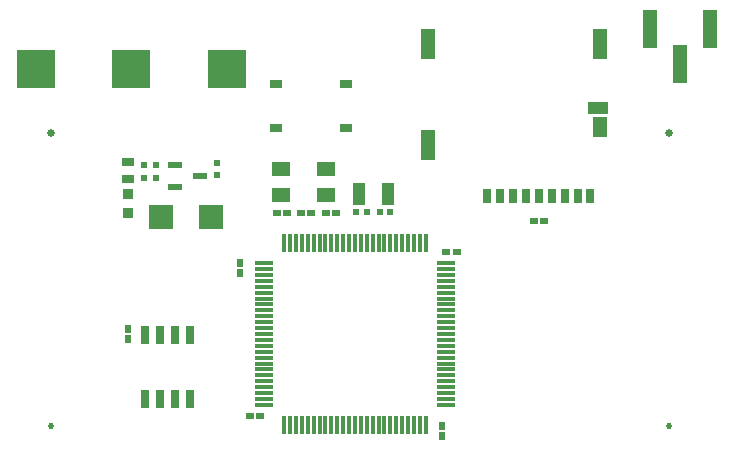
<source format=gbr>
%TF.GenerationSoftware,KiCad,Pcbnew,7.0.2*%
%TF.CreationDate,2023-05-22T10:30:23+03:00*%
%TF.ProjectId,MCU_V1,4d43555f-5631-42e6-9b69-6361645f7063,rev?*%
%TF.SameCoordinates,Original*%
%TF.FileFunction,Soldermask,Top*%
%TF.FilePolarity,Negative*%
%FSLAX46Y46*%
G04 Gerber Fmt 4.6, Leading zero omitted, Abs format (unit mm)*
G04 Created by KiCad (PCBNEW 7.0.2) date 2023-05-22 10:30:23*
%MOMM*%
%LPD*%
G01*
G04 APERTURE LIST*
G04 Aperture macros list*
%AMRoundRect*
0 Rectangle with rounded corners*
0 $1 Rounding radius*
0 $2 $3 $4 $5 $6 $7 $8 $9 X,Y pos of 4 corners*
0 Add a 4 corners polygon primitive as box body*
4,1,4,$2,$3,$4,$5,$6,$7,$8,$9,$2,$3,0*
0 Add four circle primitives for the rounded corners*
1,1,$1+$1,$2,$3*
1,1,$1+$1,$4,$5*
1,1,$1+$1,$6,$7*
1,1,$1+$1,$8,$9*
0 Add four rect primitives between the rounded corners*
20,1,$1+$1,$2,$3,$4,$5,0*
20,1,$1+$1,$4,$5,$6,$7,0*
20,1,$1+$1,$6,$7,$8,$9,0*
20,1,$1+$1,$8,$9,$2,$3,0*%
G04 Aperture macros list end*
%ADD10R,0.475000X0.500000*%
%ADD11R,2.000000X2.000000*%
%ADD12R,1.100000X1.900000*%
%ADD13R,0.620000X0.650000*%
%ADD14R,0.980000X0.780000*%
%ADD15R,1.300000X0.600000*%
%ADD16R,0.650000X0.620000*%
%ADD17R,0.500000X0.475000*%
%ADD18R,0.950000X0.900000*%
%ADD19R,0.620000X0.620000*%
%ADD20R,1.270000X3.250000*%
%ADD21R,1.500000X1.200000*%
%ADD22R,0.800000X1.200000*%
%ADD23R,1.300000X2.500000*%
%ADD24R,1.300000X1.700000*%
%ADD25R,1.700000X1.000000*%
%ADD26R,3.200000X3.200000*%
%ADD27R,0.650000X1.500000*%
%ADD28RoundRect,0.075000X-0.075000X0.725000X-0.075000X-0.725000X0.075000X-0.725000X0.075000X0.725000X0*%
%ADD29RoundRect,0.075000X-0.725000X0.075000X-0.725000X-0.075000X0.725000X-0.075000X0.725000X0.075000X0*%
%ADD30R,1.000000X0.700000*%
%ADD31C,0.525000*%
%ADD32C,0.675000*%
G04 APERTURE END LIST*
D10*
%TO.C,R3*%
X119302000Y-79940000D03*
X118278000Y-79940000D03*
%TD*%
D11*
%TO.C,Z1*%
X119730000Y-83200000D03*
X123930000Y-83200000D03*
%TD*%
D10*
%TO.C,R4*%
X119302000Y-78800000D03*
X118278000Y-78800000D03*
%TD*%
D12*
%TO.C,Y2*%
X136420000Y-81230000D03*
X138920000Y-81230000D03*
%TD*%
D13*
%TO.C,C5*%
X143470000Y-100910000D03*
X143470000Y-101790000D03*
%TD*%
D14*
%TO.C,C11*%
X116920000Y-78560000D03*
X116920000Y-79960000D03*
%TD*%
D15*
%TO.C,Q1*%
X120870000Y-78770000D03*
X120870000Y-80670000D03*
X122970000Y-79720000D03*
%TD*%
D16*
%TO.C,C7*%
X134510000Y-82900000D03*
X133630000Y-82900000D03*
%TD*%
D17*
%TO.C,R1*%
X124470000Y-79662000D03*
X124470000Y-78638000D03*
%TD*%
D18*
%TO.C,R2*%
X116910000Y-81240000D03*
X116910000Y-82840000D03*
%TD*%
D19*
%TO.C,C9*%
X138220000Y-82770000D03*
X139120000Y-82770000D03*
%TD*%
D20*
%TO.C,J3*%
X161070000Y-67325500D03*
X163610000Y-70276500D03*
X166150000Y-67325500D03*
%TD*%
D21*
%TO.C,Y1*%
X129820000Y-81340000D03*
X133620000Y-81340000D03*
X133620000Y-79140000D03*
X129820000Y-79140000D03*
%TD*%
D22*
%TO.C,J1*%
X147300000Y-81460000D03*
X148400000Y-81460000D03*
X149500000Y-81460000D03*
X150600000Y-81460000D03*
X151700000Y-81460000D03*
X152800000Y-81460000D03*
X153900000Y-81460000D03*
X155000000Y-81460000D03*
X156000000Y-81460000D03*
D23*
X142290000Y-77100000D03*
X142290000Y-68600000D03*
X156850000Y-68600000D03*
D24*
X156850000Y-75610000D03*
D25*
X156650000Y-74010000D03*
%TD*%
D16*
%TO.C,C1*%
X151230000Y-83550000D03*
X152110000Y-83550000D03*
%TD*%
%TO.C,C2*%
X129470000Y-82900000D03*
X130350000Y-82900000D03*
%TD*%
D13*
%TO.C,C10*%
X116905000Y-92675000D03*
X116905000Y-93555000D03*
%TD*%
D16*
%TO.C,C4*%
X143830000Y-86210000D03*
X144710000Y-86210000D03*
%TD*%
D26*
%TO.C,U2*%
X125240000Y-70690000D03*
X109140000Y-70690000D03*
X117190000Y-70690000D03*
%TD*%
D27*
%TO.C,IC1*%
X118360000Y-98605000D03*
X119630000Y-98605000D03*
X120900000Y-98605000D03*
X122170000Y-98605000D03*
X122170000Y-93205000D03*
X120900000Y-93205000D03*
X119630000Y-93205000D03*
X118360000Y-93205000D03*
%TD*%
D19*
%TO.C,C8*%
X137120000Y-82770000D03*
X136220000Y-82770000D03*
%TD*%
D28*
%TO.C,U1*%
X142110000Y-85445000D03*
X141610000Y-85445000D03*
X141110000Y-85445000D03*
X140610000Y-85445000D03*
X140110000Y-85445000D03*
X139610000Y-85445000D03*
X139110000Y-85445000D03*
X138610000Y-85445000D03*
X138110000Y-85445000D03*
X137610000Y-85445000D03*
X137110000Y-85445000D03*
X136610000Y-85445000D03*
X136110000Y-85445000D03*
X135610000Y-85445000D03*
X135110000Y-85445000D03*
X134610000Y-85445000D03*
X134110000Y-85445000D03*
X133610000Y-85445000D03*
X133110000Y-85445000D03*
X132610000Y-85445000D03*
X132110000Y-85445000D03*
X131610000Y-85445000D03*
X131110000Y-85445000D03*
X130610000Y-85445000D03*
X130110000Y-85445000D03*
D29*
X128435000Y-87120000D03*
X128435000Y-87620000D03*
X128435000Y-88120000D03*
X128435000Y-88620000D03*
X128435000Y-89120000D03*
X128435000Y-89620000D03*
X128435000Y-90120000D03*
X128435000Y-90620000D03*
X128435000Y-91120000D03*
X128435000Y-91620000D03*
X128435000Y-92120000D03*
X128435000Y-92620000D03*
X128435000Y-93120000D03*
X128435000Y-93620000D03*
X128435000Y-94120000D03*
X128435000Y-94620000D03*
X128435000Y-95120000D03*
X128435000Y-95620000D03*
X128435000Y-96120000D03*
X128435000Y-96620000D03*
X128435000Y-97120000D03*
X128435000Y-97620000D03*
X128435000Y-98120000D03*
X128435000Y-98620000D03*
X128435000Y-99120000D03*
D28*
X130110000Y-100795000D03*
X130610000Y-100795000D03*
X131110000Y-100795000D03*
X131610000Y-100795000D03*
X132110000Y-100795000D03*
X132610000Y-100795000D03*
X133110000Y-100795000D03*
X133610000Y-100795000D03*
X134110000Y-100795000D03*
X134610000Y-100795000D03*
X135110000Y-100795000D03*
X135610000Y-100795000D03*
X136110000Y-100795000D03*
X136610000Y-100795000D03*
X137110000Y-100795000D03*
X137610000Y-100795000D03*
X138110000Y-100795000D03*
X138610000Y-100795000D03*
X139110000Y-100795000D03*
X139610000Y-100795000D03*
X140110000Y-100795000D03*
X140610000Y-100795000D03*
X141110000Y-100795000D03*
X141610000Y-100795000D03*
X142110000Y-100795000D03*
D29*
X143785000Y-99120000D03*
X143785000Y-98620000D03*
X143785000Y-98120000D03*
X143785000Y-97620000D03*
X143785000Y-97120000D03*
X143785000Y-96620000D03*
X143785000Y-96120000D03*
X143785000Y-95620000D03*
X143785000Y-95120000D03*
X143785000Y-94620000D03*
X143785000Y-94120000D03*
X143785000Y-93620000D03*
X143785000Y-93120000D03*
X143785000Y-92620000D03*
X143785000Y-92120000D03*
X143785000Y-91620000D03*
X143785000Y-91120000D03*
X143785000Y-90620000D03*
X143785000Y-90120000D03*
X143785000Y-89620000D03*
X143785000Y-89120000D03*
X143785000Y-88620000D03*
X143785000Y-88120000D03*
X143785000Y-87620000D03*
X143785000Y-87120000D03*
%TD*%
D30*
%TO.C,S2*%
X135390000Y-75650000D03*
X129390000Y-75650000D03*
X135390000Y-71950000D03*
X129390000Y-71950000D03*
%TD*%
D13*
%TO.C,C3*%
X126370000Y-87980000D03*
X126370000Y-87100000D03*
%TD*%
D16*
%TO.C,C12*%
X128090000Y-100030000D03*
X127210000Y-100030000D03*
%TD*%
%TO.C,C6*%
X132390000Y-82900000D03*
X131510000Y-82900000D03*
%TD*%
D31*
%TO.C,H1*%
X162680000Y-100940000D03*
X110390000Y-100940000D03*
D32*
X162680000Y-76140000D03*
X110390000Y-76140000D03*
%TD*%
M02*

</source>
